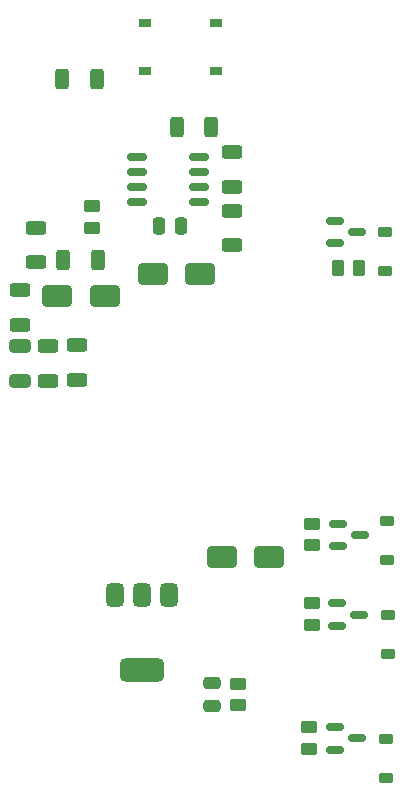
<source format=gtp>
G04 #@! TF.GenerationSoftware,KiCad,Pcbnew,8.0.2-8.0.2-0~ubuntu22.04.1*
G04 #@! TF.CreationDate,2024-05-22T14:55:47+07:00*
G04 #@! TF.ProjectId,PCB_design,5043425f-6465-4736-9967-6e2e6b696361,rev?*
G04 #@! TF.SameCoordinates,Original*
G04 #@! TF.FileFunction,Paste,Top*
G04 #@! TF.FilePolarity,Positive*
%FSLAX46Y46*%
G04 Gerber Fmt 4.6, Leading zero omitted, Abs format (unit mm)*
G04 Created by KiCad (PCBNEW 8.0.2-8.0.2-0~ubuntu22.04.1) date 2024-05-22 14:55:47*
%MOMM*%
%LPD*%
G01*
G04 APERTURE LIST*
G04 Aperture macros list*
%AMRoundRect*
0 Rectangle with rounded corners*
0 $1 Rounding radius*
0 $2 $3 $4 $5 $6 $7 $8 $9 X,Y pos of 4 corners*
0 Add a 4 corners polygon primitive as box body*
4,1,4,$2,$3,$4,$5,$6,$7,$8,$9,$2,$3,0*
0 Add four circle primitives for the rounded corners*
1,1,$1+$1,$2,$3*
1,1,$1+$1,$4,$5*
1,1,$1+$1,$6,$7*
1,1,$1+$1,$8,$9*
0 Add four rect primitives between the rounded corners*
20,1,$1+$1,$2,$3,$4,$5,0*
20,1,$1+$1,$4,$5,$6,$7,0*
20,1,$1+$1,$6,$7,$8,$9,0*
20,1,$1+$1,$8,$9,$2,$3,0*%
G04 Aperture macros list end*
%ADD10RoundRect,0.250000X-0.450000X0.262500X-0.450000X-0.262500X0.450000X-0.262500X0.450000X0.262500X0*%
%ADD11RoundRect,0.225000X0.375000X-0.225000X0.375000X0.225000X-0.375000X0.225000X-0.375000X-0.225000X0*%
%ADD12RoundRect,0.250000X0.475000X-0.250000X0.475000X0.250000X-0.475000X0.250000X-0.475000X-0.250000X0*%
%ADD13RoundRect,0.250000X0.625000X-0.312500X0.625000X0.312500X-0.625000X0.312500X-0.625000X-0.312500X0*%
%ADD14RoundRect,0.250000X0.450000X-0.262500X0.450000X0.262500X-0.450000X0.262500X-0.450000X-0.262500X0*%
%ADD15RoundRect,0.150000X0.675000X0.150000X-0.675000X0.150000X-0.675000X-0.150000X0.675000X-0.150000X0*%
%ADD16RoundRect,0.250000X-1.000000X-0.650000X1.000000X-0.650000X1.000000X0.650000X-1.000000X0.650000X0*%
%ADD17RoundRect,0.150000X-0.587500X-0.150000X0.587500X-0.150000X0.587500X0.150000X-0.587500X0.150000X0*%
%ADD18RoundRect,0.375000X-0.375000X0.625000X-0.375000X-0.625000X0.375000X-0.625000X0.375000X0.625000X0*%
%ADD19RoundRect,0.500000X-1.400000X0.500000X-1.400000X-0.500000X1.400000X-0.500000X1.400000X0.500000X0*%
%ADD20RoundRect,0.250000X0.312500X0.625000X-0.312500X0.625000X-0.312500X-0.625000X0.312500X-0.625000X0*%
%ADD21RoundRect,0.250000X0.262500X0.450000X-0.262500X0.450000X-0.262500X-0.450000X0.262500X-0.450000X0*%
%ADD22RoundRect,0.250000X-0.625000X0.312500X-0.625000X-0.312500X0.625000X-0.312500X0.625000X0.312500X0*%
%ADD23RoundRect,0.250000X0.650000X-0.325000X0.650000X0.325000X-0.650000X0.325000X-0.650000X-0.325000X0*%
%ADD24R,1.000000X0.700000*%
%ADD25RoundRect,0.250000X0.250000X0.475000X-0.250000X0.475000X-0.250000X-0.475000X0.250000X-0.475000X0*%
G04 APERTURE END LIST*
D10*
X106900000Y-51437500D03*
X106900000Y-53262500D03*
D11*
X131900000Y-89300000D03*
X131900000Y-86000000D03*
D12*
X117050000Y-93712500D03*
X117050000Y-91812500D03*
D13*
X100800000Y-61462500D03*
X100800000Y-58537500D03*
D14*
X125500000Y-86862500D03*
X125500000Y-85037500D03*
D11*
X131700000Y-56900000D03*
X131700000Y-53600000D03*
D14*
X125250000Y-97362500D03*
X125250000Y-95537500D03*
D15*
X115925000Y-51055000D03*
X115925000Y-49785000D03*
X115925000Y-48515000D03*
X115925000Y-47245000D03*
X110675000Y-47245000D03*
X110675000Y-48515000D03*
X110675000Y-49785000D03*
X110675000Y-51055000D03*
D16*
X103950000Y-59000000D03*
X107950000Y-59000000D03*
D13*
X105600000Y-66137500D03*
X105600000Y-63212500D03*
D16*
X112000000Y-57200000D03*
X116000000Y-57200000D03*
D11*
X131800000Y-99800000D03*
X131800000Y-96500000D03*
D17*
X127575000Y-85050000D03*
X127575000Y-86950000D03*
X129450000Y-86000000D03*
D13*
X103150000Y-66200000D03*
X103150000Y-63275000D03*
D14*
X125500000Y-80112500D03*
X125500000Y-78287500D03*
D17*
X127675000Y-78300000D03*
X127675000Y-80200000D03*
X129550000Y-79250000D03*
D13*
X118700000Y-54712500D03*
X118700000Y-51787500D03*
D17*
X127462500Y-95537500D03*
X127462500Y-97437500D03*
X129337500Y-96487500D03*
D13*
X102100000Y-56162500D03*
X102100000Y-53237500D03*
D18*
X113400000Y-84350000D03*
X111100000Y-84350000D03*
D19*
X111100000Y-90650000D03*
D18*
X108800000Y-84350000D03*
D20*
X107375000Y-55950000D03*
X104450000Y-55950000D03*
D21*
X129512500Y-56650000D03*
X127687500Y-56650000D03*
D17*
X127475000Y-52650000D03*
X127475000Y-54550000D03*
X129350000Y-53600000D03*
D22*
X118700000Y-46837500D03*
X118700000Y-49762500D03*
D20*
X116962500Y-44750000D03*
X114037500Y-44750000D03*
D14*
X119250000Y-93675000D03*
X119250000Y-91850000D03*
D23*
X100800000Y-66225000D03*
X100800000Y-63275000D03*
D20*
X107262500Y-40650000D03*
X104337500Y-40650000D03*
D16*
X117850000Y-81150000D03*
X121850000Y-81150000D03*
D11*
X131850000Y-81400000D03*
X131850000Y-78100000D03*
D24*
X111400000Y-35950000D03*
X111400000Y-39950000D03*
X117350000Y-39950000D03*
X117350000Y-35950000D03*
D25*
X114450000Y-53100000D03*
X112550000Y-53100000D03*
M02*

</source>
